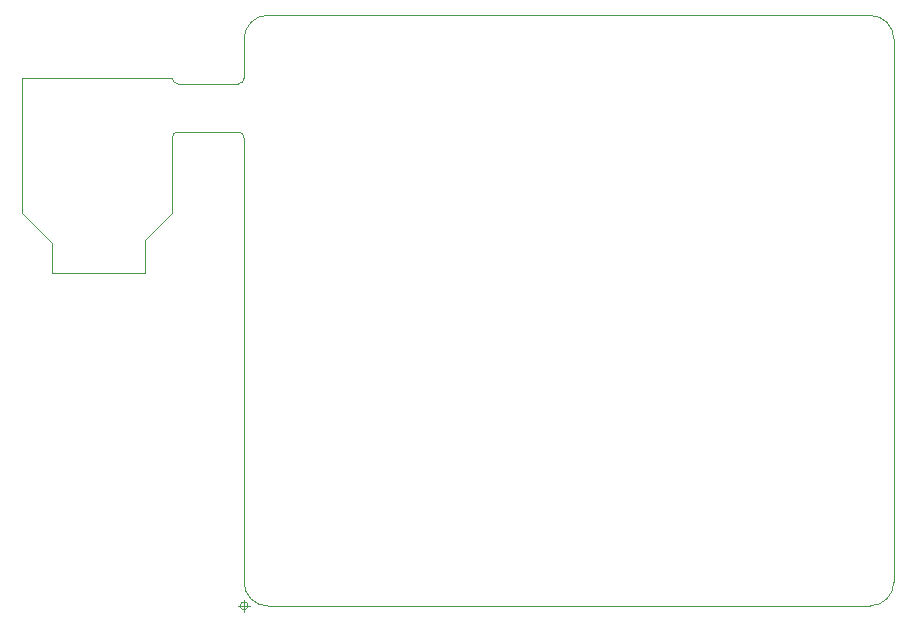
<source format=gm1>
G04 #@! TF.GenerationSoftware,KiCad,Pcbnew,(5.1.5)-3*
G04 #@! TF.CreationDate,2022-07-01T00:55:21+09:00*
G04 #@! TF.ProjectId,RP_MD,52505f4d-442e-46b6-9963-61645f706362,rev?*
G04 #@! TF.SameCoordinates,Original*
G04 #@! TF.FileFunction,Profile,NP*
%FSLAX46Y46*%
G04 Gerber Fmt 4.6, Leading zero omitted, Abs format (unit mm)*
G04 Created by KiCad (PCBNEW (5.1.5)-3) date 2022-07-01 00:55:21*
%MOMM*%
%LPD*%
G04 APERTURE LIST*
%ADD10C,0.050000*%
G04 APERTURE END LIST*
D10*
X92964000Y-72136000D02*
X100838000Y-72136000D01*
X100838000Y-69342000D02*
X103124000Y-67056000D01*
X100838000Y-72136000D02*
X100838000Y-69342000D01*
X92964000Y-69596000D02*
X92964000Y-72136000D01*
X90424000Y-67056000D02*
X92964000Y-69596000D01*
X109220000Y-55626000D02*
X109220000Y-52578000D01*
X103632000Y-56134000D02*
G75*
G02X103124000Y-55626000I0J508000D01*
G01*
X103632000Y-56134000D02*
X108712000Y-56134000D01*
X109220000Y-52578000D02*
X109220000Y-52330000D01*
X109220000Y-55626000D02*
G75*
G02X108712000Y-56134000I-508000J0D01*
G01*
X103632000Y-60198000D02*
X108712000Y-60198000D01*
X108712000Y-60198000D02*
G75*
G02X109220000Y-60706000I0J-508000D01*
G01*
X103124000Y-60706000D02*
G75*
G02X103632000Y-60198000I508000J0D01*
G01*
X109220000Y-98330000D02*
X109220000Y-67056000D01*
X109220000Y-60706000D02*
X109220000Y-67056000D01*
X103124000Y-67056000D02*
X103124000Y-60706000D01*
X90424000Y-55626000D02*
X90424000Y-67056000D01*
X103124000Y-55626000D02*
X90424000Y-55626000D01*
X111220000Y-100330000D02*
G75*
G02X109220000Y-98330000I0J2000000D01*
G01*
X164220000Y-98330000D02*
G75*
G02X162220000Y-100330000I-2000000J0D01*
G01*
X162220000Y-50330000D02*
G75*
G02X164220000Y-52330000I0J-2000000D01*
G01*
X109220000Y-52330000D02*
G75*
G02X111220000Y-50330000I2000000J0D01*
G01*
X109553333Y-100330000D02*
G75*
G03X109553333Y-100330000I-333333J0D01*
G01*
X108720000Y-100330000D02*
X109720000Y-100330000D01*
X109220000Y-99830000D02*
X109220000Y-100830000D01*
X111220000Y-50330000D02*
X162220000Y-50330000D01*
X162220000Y-100330000D02*
X111220000Y-100330000D01*
X164220000Y-52330000D02*
X164220000Y-98330000D01*
M02*

</source>
